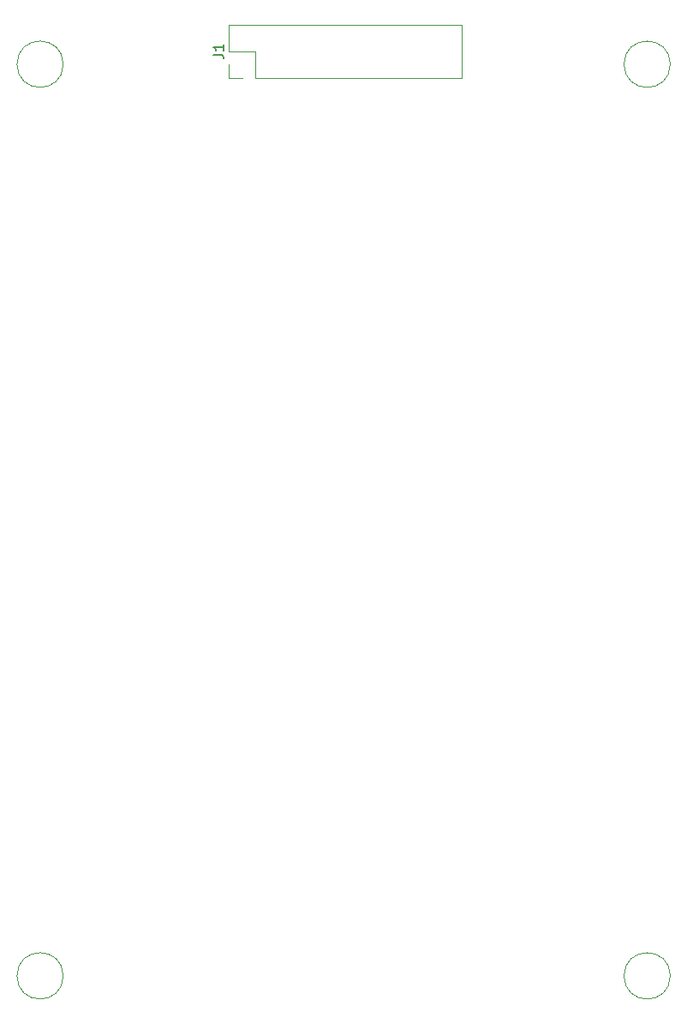
<source format=gto>
G04 #@! TF.GenerationSoftware,KiCad,Pcbnew,(5.1.0)-1*
G04 #@! TF.CreationDate,2019-05-25T13:26:40-04:00*
G04 #@! TF.ProjectId,VCO_2_RevB_Interface,56434f5f-325f-4526-9576-425f496e7465,rev?*
G04 #@! TF.SameCoordinates,Original*
G04 #@! TF.FileFunction,Legend,Top*
G04 #@! TF.FilePolarity,Positive*
%FSLAX46Y46*%
G04 Gerber Fmt 4.6, Leading zero omitted, Abs format (unit mm)*
G04 Created by KiCad (PCBNEW (5.1.0)-1) date 2019-05-25 13:26:40*
%MOMM*%
%LPD*%
G04 APERTURE LIST*
%ADD10C,0.120000*%
%ADD11C,0.150000*%
G04 APERTURE END LIST*
D10*
X112286000Y-125000000D02*
G75*
G03X112286000Y-125000000I-2286000J0D01*
G01*
X52286000Y-125000000D02*
G75*
G03X52286000Y-125000000I-2286000J0D01*
G01*
X112286000Y-35000000D02*
G75*
G03X112286000Y-35000000I-2286000J0D01*
G01*
X52286000Y-35000000D02*
G75*
G03X52286000Y-35000000I-2286000J0D01*
G01*
X91650000Y-36330000D02*
X91650000Y-31130000D01*
X71270000Y-36330000D02*
X91650000Y-36330000D01*
X68670000Y-31130000D02*
X91650000Y-31130000D01*
X71270000Y-36330000D02*
X71270000Y-33730000D01*
X71270000Y-33730000D02*
X68670000Y-33730000D01*
X68670000Y-33730000D02*
X68670000Y-31130000D01*
X70000000Y-36330000D02*
X68670000Y-36330000D01*
X68670000Y-36330000D02*
X68670000Y-35000000D01*
D11*
X67122380Y-34063333D02*
X67836666Y-34063333D01*
X67979523Y-34110952D01*
X68074761Y-34206190D01*
X68122380Y-34349047D01*
X68122380Y-34444285D01*
X68122380Y-33063333D02*
X68122380Y-33634761D01*
X68122380Y-33349047D02*
X67122380Y-33349047D01*
X67265238Y-33444285D01*
X67360476Y-33539523D01*
X67408095Y-33634761D01*
M02*

</source>
